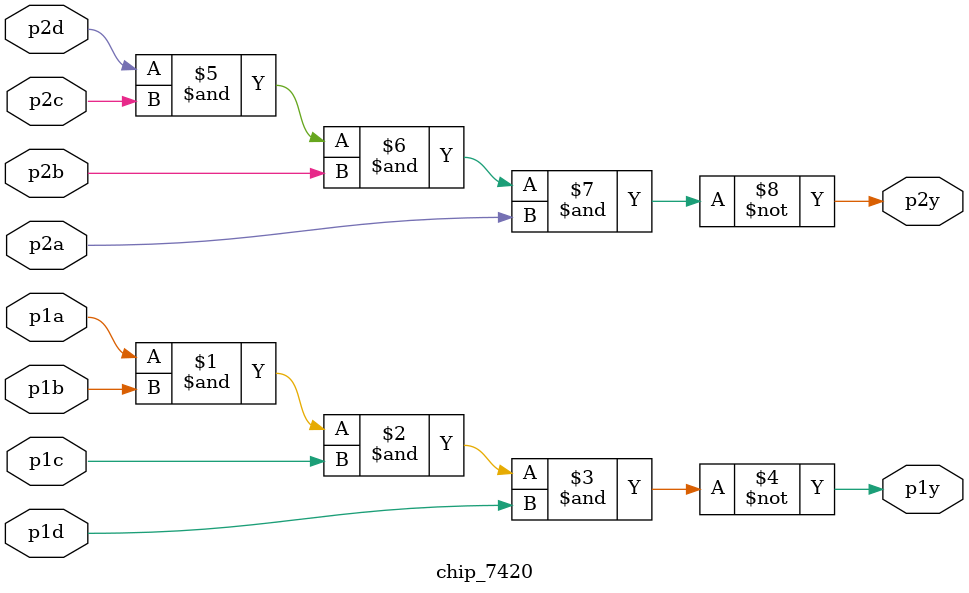
<source format=sv>
module chip_7420
(
  input p1a, p1b, p1c, p1d,
  output p1y,
  input p2a, p2b, p2c, p2d,
  output p2y
);

	assign p1y = ~(p1a & p1b & p1c & p1d);
	assign p2y = ~(p2d & p2c & p2b & p2a);

endmodule
</source>
